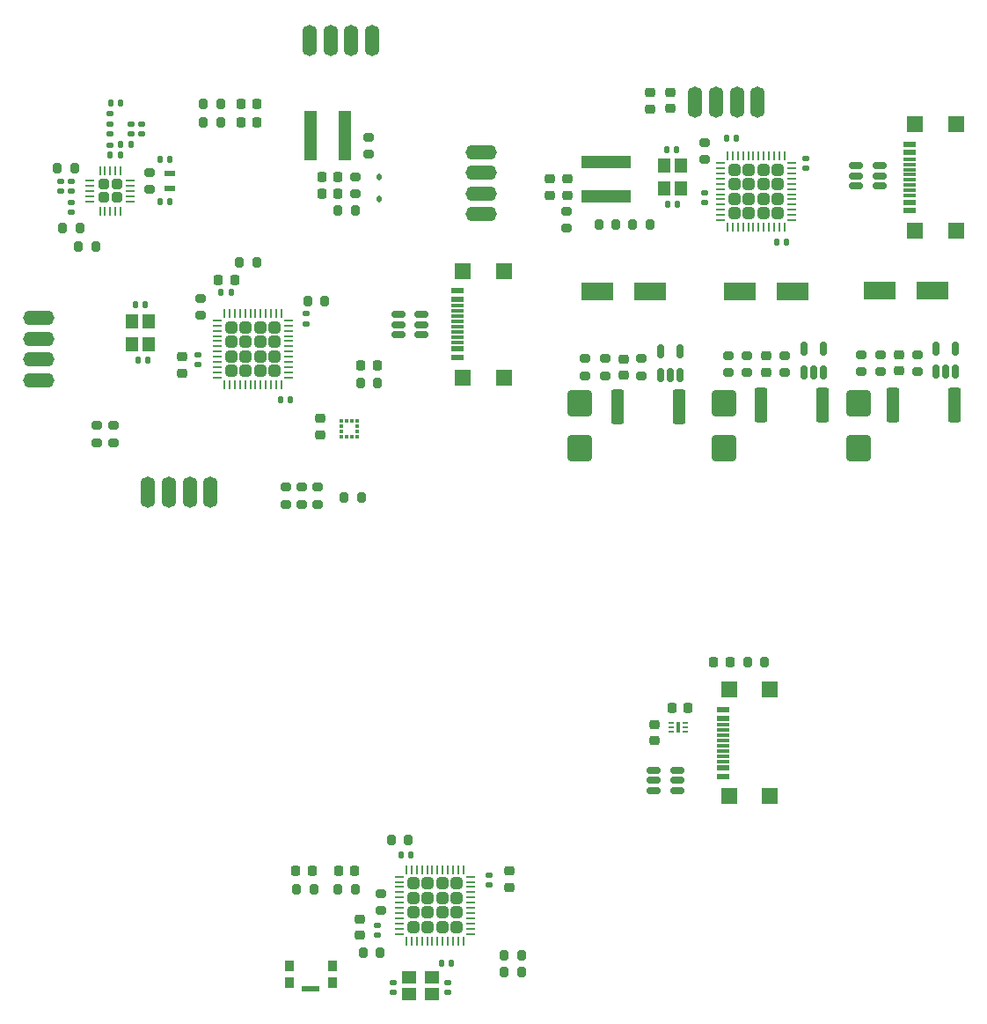
<source format=gbr>
%TF.GenerationSoftware,KiCad,Pcbnew,8.0.5*%
%TF.CreationDate,2024-10-20T13:56:42+02:00*%
%TF.ProjectId,Flight_Controller,466c6967-6874-45f4-936f-6e74726f6c6c,rev?*%
%TF.SameCoordinates,Original*%
%TF.FileFunction,Paste,Top*%
%TF.FilePolarity,Positive*%
%FSLAX46Y46*%
G04 Gerber Fmt 4.6, Leading zero omitted, Abs format (unit mm)*
G04 Created by KiCad (PCBNEW 8.0.5) date 2024-10-20 13:56:42*
%MOMM*%
%LPD*%
G01*
G04 APERTURE LIST*
G04 Aperture macros list*
%AMRoundRect*
0 Rectangle with rounded corners*
0 $1 Rounding radius*
0 $2 $3 $4 $5 $6 $7 $8 $9 X,Y pos of 4 corners*
0 Add a 4 corners polygon primitive as box body*
4,1,4,$2,$3,$4,$5,$6,$7,$8,$9,$2,$3,0*
0 Add four circle primitives for the rounded corners*
1,1,$1+$1,$2,$3*
1,1,$1+$1,$4,$5*
1,1,$1+$1,$6,$7*
1,1,$1+$1,$8,$9*
0 Add four rect primitives between the rounded corners*
20,1,$1+$1,$2,$3,$4,$5,0*
20,1,$1+$1,$4,$5,$6,$7,0*
20,1,$1+$1,$6,$7,$8,$9,0*
20,1,$1+$1,$8,$9,$2,$3,0*%
G04 Aperture macros list end*
%ADD10RoundRect,0.200000X0.275000X-0.200000X0.275000X0.200000X-0.275000X0.200000X-0.275000X-0.200000X0*%
%ADD11RoundRect,0.140000X-0.140000X-0.170000X0.140000X-0.170000X0.140000X0.170000X-0.140000X0.170000X0*%
%ADD12RoundRect,0.200000X0.200000X0.275000X-0.200000X0.275000X-0.200000X-0.275000X0.200000X-0.275000X0*%
%ADD13R,4.700000X1.180000*%
%ADD14RoundRect,0.135000X0.135000X0.185000X-0.135000X0.185000X-0.135000X-0.185000X0.135000X-0.185000X0*%
%ADD15RoundRect,0.218750X-0.256250X0.218750X-0.256250X-0.218750X0.256250X-0.218750X0.256250X0.218750X0*%
%ADD16RoundRect,0.200000X-0.275000X0.200000X-0.275000X-0.200000X0.275000X-0.200000X0.275000X0.200000X0*%
%ADD17RoundRect,0.140000X-0.170000X0.140000X-0.170000X-0.140000X0.170000X-0.140000X0.170000X0.140000X0*%
%ADD18R,1.150000X0.600000*%
%ADD19R,1.150000X0.300000*%
%ADD20R,1.500000X1.500000*%
%ADD21O,1.400000X3.000000*%
%ADD22RoundRect,0.250000X0.362500X1.425000X-0.362500X1.425000X-0.362500X-1.425000X0.362500X-1.425000X0*%
%ADD23R,1.100000X0.600000*%
%ADD24RoundRect,0.140000X0.140000X0.170000X-0.140000X0.170000X-0.140000X-0.170000X0.140000X-0.170000X0*%
%ADD25R,1.150000X1.400000*%
%ADD26R,1.180000X4.700000*%
%ADD27RoundRect,0.225000X-0.250000X0.225000X-0.250000X-0.225000X0.250000X-0.225000X0.250000X0.225000X0*%
%ADD28RoundRect,0.250000X0.315000X-0.315000X0.315000X0.315000X-0.315000X0.315000X-0.315000X-0.315000X0*%
%ADD29RoundRect,0.062500X0.062500X-0.375000X0.062500X0.375000X-0.062500X0.375000X-0.062500X-0.375000X0*%
%ADD30RoundRect,0.062500X0.375000X-0.062500X0.375000X0.062500X-0.375000X0.062500X-0.375000X-0.062500X0*%
%ADD31RoundRect,0.140000X0.170000X-0.140000X0.170000X0.140000X-0.170000X0.140000X-0.170000X-0.140000X0*%
%ADD32R,1.400000X1.150000*%
%ADD33O,3.000000X1.400000*%
%ADD34RoundRect,0.218750X0.218750X0.256250X-0.218750X0.256250X-0.218750X-0.256250X0.218750X-0.256250X0*%
%ADD35RoundRect,0.225000X0.250000X-0.225000X0.250000X0.225000X-0.250000X0.225000X-0.250000X-0.225000X0*%
%ADD36R,3.150000X1.800000*%
%ADD37RoundRect,0.200000X-0.200000X-0.275000X0.200000X-0.275000X0.200000X0.275000X-0.200000X0.275000X0*%
%ADD38RoundRect,0.218750X-0.218750X-0.256250X0.218750X-0.256250X0.218750X0.256250X-0.218750X0.256250X0*%
%ADD39RoundRect,0.250000X-0.315000X-0.315000X0.315000X-0.315000X0.315000X0.315000X-0.315000X0.315000X0*%
%ADD40RoundRect,0.062500X-0.375000X-0.062500X0.375000X-0.062500X0.375000X0.062500X-0.375000X0.062500X0*%
%ADD41RoundRect,0.062500X-0.062500X-0.375000X0.062500X-0.375000X0.062500X0.375000X-0.062500X0.375000X0*%
%ADD42R,0.600000X0.200000*%
%ADD43R,0.350000X0.990000*%
%ADD44RoundRect,0.225000X-0.225000X-0.250000X0.225000X-0.250000X0.225000X0.250000X-0.225000X0.250000X0*%
%ADD45R,0.300000X0.350000*%
%ADD46R,0.350000X0.300000*%
%ADD47RoundRect,0.112500X-0.112500X0.187500X-0.112500X-0.187500X0.112500X-0.187500X0.112500X0.187500X0*%
%ADD48R,0.900000X1.000000*%
%ADD49R,1.700000X0.550000*%
%ADD50RoundRect,0.250000X0.900000X-1.000000X0.900000X1.000000X-0.900000X1.000000X-0.900000X-1.000000X0*%
%ADD51RoundRect,0.150000X0.512500X0.150000X-0.512500X0.150000X-0.512500X-0.150000X0.512500X-0.150000X0*%
%ADD52RoundRect,0.225000X0.225000X0.250000X-0.225000X0.250000X-0.225000X-0.250000X0.225000X-0.250000X0*%
%ADD53RoundRect,0.150000X0.150000X-0.512500X0.150000X0.512500X-0.150000X0.512500X-0.150000X-0.512500X0*%
%ADD54RoundRect,0.135000X0.185000X-0.135000X0.185000X0.135000X-0.185000X0.135000X-0.185000X-0.135000X0*%
%ADD55RoundRect,0.250000X0.255000X-0.255000X0.255000X0.255000X-0.255000X0.255000X-0.255000X-0.255000X0*%
%ADD56RoundRect,0.062500X0.062500X-0.350000X0.062500X0.350000X-0.062500X0.350000X-0.062500X-0.350000X0*%
%ADD57RoundRect,0.062500X0.350000X-0.062500X0.350000X0.062500X-0.350000X0.062500X-0.350000X-0.062500X0*%
G04 APERTURE END LIST*
D10*
%TO.C,J_VBAT1*%
X32901500Y-43469000D03*
X32901500Y-41819000D03*
%TD*%
D11*
%TO.C,C21*%
X88370000Y-36427157D03*
X89330000Y-36427157D03*
%TD*%
D12*
%TO.C,R_FBT1*%
X72935000Y-34707157D03*
X71285000Y-34707157D03*
%TD*%
D13*
%TO.C,L2*%
X71950000Y-28752157D03*
X71950000Y-32062157D03*
%TD*%
D14*
%TO.C,L2*%
X25260000Y-28070000D03*
X24240000Y-28070000D03*
%TD*%
D15*
%TO.C,D5*%
X76200000Y-22069657D03*
X76200000Y-23644657D03*
%TD*%
D16*
%TO.C,J_3V3*%
X68200000Y-33432157D03*
X68200000Y-35082157D03*
%TD*%
%TO.C,R11*%
X98350000Y-47232157D03*
X98350000Y-48882157D03*
%TD*%
D17*
%TO.C,C30*%
X20500000Y-30590000D03*
X20500000Y-31550000D03*
%TD*%
D18*
%TO.C,J1*%
X101150000Y-33407157D03*
X101150000Y-32607157D03*
D19*
X101150000Y-31457157D03*
X101150000Y-30457157D03*
X101150000Y-29957157D03*
X101150000Y-28957157D03*
D18*
X101150000Y-27807157D03*
X101150000Y-27007157D03*
D19*
X101150000Y-28457157D03*
X101150000Y-29457157D03*
X101150000Y-30957157D03*
X101150000Y-31957157D03*
D20*
X101725000Y-35327157D03*
X101725000Y-25087157D03*
X105655000Y-35327157D03*
X105655000Y-25087157D03*
%TD*%
D11*
%TO.C,C7*%
X40611500Y-51596000D03*
X41571500Y-51596000D03*
%TD*%
D21*
%TO.C,C24*%
X86550000Y-22957157D03*
X84550000Y-22957157D03*
X82550000Y-22957157D03*
X80550000Y-22957157D03*
%TD*%
D18*
%TO.C,J1*%
X83210000Y-87800000D03*
X83210000Y-87000000D03*
D19*
X83210000Y-85850000D03*
X83210000Y-84850000D03*
X83210000Y-84350000D03*
X83210000Y-83350000D03*
D18*
X83210000Y-82200000D03*
X83210000Y-81400000D03*
D19*
X83210000Y-82850000D03*
X83210000Y-83850000D03*
X83210000Y-85350000D03*
X83210000Y-86350000D03*
D20*
X83785000Y-89720000D03*
X83785000Y-79480000D03*
X87715000Y-89720000D03*
X87715000Y-79480000D03*
%TD*%
D16*
%TO.C,R20*%
X75350000Y-47632157D03*
X75350000Y-49282157D03*
%TD*%
D12*
%TO.C,R16*%
X22825000Y-36820000D03*
X21175000Y-36820000D03*
%TD*%
D10*
%TO.C,R13*%
X42676000Y-61625000D03*
X42676000Y-59975000D03*
%TD*%
D12*
%TO.C,R17*%
X20825000Y-29320000D03*
X19175000Y-29320000D03*
%TD*%
D10*
%TO.C,R16*%
X83750000Y-48982157D03*
X83750000Y-47332157D03*
%TD*%
D22*
%TO.C,R1*%
X105482500Y-52057157D03*
X99557500Y-52057157D03*
%TD*%
D17*
%TO.C,C6*%
X32647500Y-47244000D03*
X32647500Y-48204000D03*
%TD*%
D23*
%TO.C,Y2*%
X30000000Y-31270000D03*
X30000000Y-29870000D03*
%TD*%
D11*
%TO.C,C15*%
X26895500Y-47786000D03*
X27855500Y-47786000D03*
%TD*%
D24*
%TO.C,C20*%
X84530000Y-26407157D03*
X83570000Y-26407157D03*
%TD*%
D11*
%TO.C,C33*%
X29020000Y-28500000D03*
X29980000Y-28500000D03*
%TD*%
D24*
%TO.C,C16*%
X27601500Y-42452000D03*
X26641500Y-42452000D03*
%TD*%
D12*
%TO.C,R_FBB1*%
X76175000Y-34707157D03*
X74525000Y-34707157D03*
%TD*%
%TO.C,R5*%
X87225000Y-76800000D03*
X85575000Y-76800000D03*
%TD*%
D25*
%TO.C,Y1*%
X26359500Y-44062000D03*
X26359500Y-46262000D03*
X27960500Y-46262000D03*
X27960500Y-44062000D03*
%TD*%
D10*
%TO.C,R22*%
X69950000Y-49282157D03*
X69950000Y-47632157D03*
%TD*%
D26*
%TO.C,L1*%
X43557000Y-26162000D03*
X46867000Y-26162000D03*
%TD*%
D16*
%TO.C,R21*%
X71850000Y-47632157D03*
X71850000Y-49282157D03*
%TD*%
D27*
%TO.C,C14*%
X31123500Y-47470000D03*
X31123500Y-49020000D03*
%TD*%
D28*
%TO.C,U1*%
X53400000Y-102300000D03*
X54800000Y-102300000D03*
X56200000Y-102300000D03*
X57600000Y-102300000D03*
X53400000Y-100900000D03*
X54800000Y-100900000D03*
X56200000Y-100900000D03*
X57600000Y-100900000D03*
X53400000Y-99500000D03*
X54800000Y-99500000D03*
X56200000Y-99500000D03*
X57600000Y-99500000D03*
X53400000Y-98100000D03*
X54800000Y-98100000D03*
X56200000Y-98100000D03*
X57600000Y-98100000D03*
D29*
X52750000Y-103637500D03*
X53250000Y-103637500D03*
X53750000Y-103637500D03*
X54250000Y-103637500D03*
X54750000Y-103637500D03*
X55250000Y-103637500D03*
X55750000Y-103637500D03*
X56250000Y-103637500D03*
X56750000Y-103637500D03*
X57250000Y-103637500D03*
X57750000Y-103637500D03*
X58250000Y-103637500D03*
D30*
X58937500Y-102950000D03*
X58937500Y-102450000D03*
X58937500Y-101950000D03*
X58937500Y-101450000D03*
X58937500Y-100950000D03*
X58937500Y-100450000D03*
X58937500Y-99950000D03*
X58937500Y-99450000D03*
X58937500Y-98950000D03*
X58937500Y-98450000D03*
X58937500Y-97950000D03*
X58937500Y-97450000D03*
D29*
X58250000Y-96762500D03*
X57750000Y-96762500D03*
X57250000Y-96762500D03*
X56750000Y-96762500D03*
X56250000Y-96762500D03*
X55750000Y-96762500D03*
X55250000Y-96762500D03*
X54750000Y-96762500D03*
X54250000Y-96762500D03*
X53750000Y-96762500D03*
X53250000Y-96762500D03*
X52750000Y-96762500D03*
D30*
X52062500Y-97450000D03*
X52062500Y-97950000D03*
X52062500Y-98450000D03*
X52062500Y-98950000D03*
X52062500Y-99450000D03*
X52062500Y-99950000D03*
X52062500Y-100450000D03*
X52062500Y-100950000D03*
X52062500Y-101450000D03*
X52062500Y-101950000D03*
X52062500Y-102450000D03*
X52062500Y-102950000D03*
%TD*%
D16*
%TO.C,R_FBT1*%
X47862000Y-30163000D03*
X47862000Y-31813000D03*
%TD*%
%TO.C,R_FBB1*%
X49132000Y-26353000D03*
X49132000Y-28003000D03*
%TD*%
D31*
%TO.C,C23*%
X91200000Y-29337157D03*
X91200000Y-28377157D03*
%TD*%
D11*
%TO.C,C35*%
X24270000Y-23070000D03*
X25230000Y-23070000D03*
%TD*%
D16*
%TO.C,R14*%
X28000000Y-29745000D03*
X28000000Y-31395000D03*
%TD*%
D32*
%TO.C,Y1*%
X53000000Y-108700000D03*
X55200000Y-108700000D03*
X55200000Y-107099000D03*
X53000000Y-107099000D03*
%TD*%
D33*
%TO.C,C27*%
X17400000Y-43725000D03*
X17400000Y-45725000D03*
X17400000Y-47725000D03*
X17400000Y-49725000D03*
D21*
X27900000Y-60475000D03*
X29900000Y-60475000D03*
X31900000Y-60475000D03*
X33900000Y-60475000D03*
%TD*%
D15*
%TO.C,D6*%
X78150000Y-22019657D03*
X78150000Y-23594657D03*
%TD*%
D34*
%TO.C,D4*%
X49937500Y-48300000D03*
X48362500Y-48300000D03*
%TD*%
D16*
%TO.C,R7*%
X22950000Y-54075000D03*
X22950000Y-55725000D03*
%TD*%
D17*
%TO.C,C6*%
X50000000Y-102120000D03*
X50000000Y-103080000D03*
%TD*%
%TO.C,C19*%
X81450000Y-31697157D03*
X81450000Y-32657157D03*
%TD*%
D11*
%TO.C,C32*%
X29020000Y-32570000D03*
X29980000Y-32570000D03*
%TD*%
D10*
%TO.C,R12*%
X41152000Y-61625000D03*
X41152000Y-59975000D03*
%TD*%
D34*
%TO.C,D1*%
X83900000Y-76800000D03*
X82325000Y-76800000D03*
%TD*%
D12*
%TO.C,J2*%
X38325000Y-38400000D03*
X36675000Y-38400000D03*
%TD*%
D35*
%TO.C,C14*%
X62700000Y-98475000D03*
X62700000Y-96925000D03*
%TD*%
D11*
%TO.C,C7*%
X56120000Y-105800000D03*
X57080000Y-105800000D03*
%TD*%
D12*
%TO.C,R1*%
X47837500Y-98700000D03*
X46187500Y-98700000D03*
%TD*%
D36*
%TO.C,C16*%
X71100000Y-41157157D03*
X76200000Y-41157157D03*
%TD*%
D37*
%TO.C,R15*%
X19675000Y-35070000D03*
X21325000Y-35070000D03*
%TD*%
D38*
%TO.C,D3*%
X36804500Y-24892000D03*
X38379500Y-24892000D03*
%TD*%
D10*
%TO.C,R12*%
X96550000Y-48882157D03*
X96550000Y-47232157D03*
%TD*%
D27*
%TO.C,C4*%
X48300000Y-101525000D03*
X48300000Y-103075000D03*
%TD*%
D39*
%TO.C,U2*%
X35881500Y-44608000D03*
X35881500Y-46008000D03*
X35881500Y-47408000D03*
X35881500Y-48808000D03*
X37281500Y-44608000D03*
X37281500Y-46008000D03*
X37281500Y-47408000D03*
X37281500Y-48808000D03*
X38681500Y-44608000D03*
X38681500Y-46008000D03*
X38681500Y-47408000D03*
X38681500Y-48808000D03*
X40081500Y-44608000D03*
X40081500Y-46008000D03*
X40081500Y-47408000D03*
X40081500Y-48808000D03*
D40*
X34544000Y-43958000D03*
X34544000Y-44458000D03*
X34544000Y-44958000D03*
X34544000Y-45458000D03*
X34544000Y-45958000D03*
X34544000Y-46458000D03*
X34544000Y-46958000D03*
X34544000Y-47458000D03*
X34544000Y-47958000D03*
X34544000Y-48458000D03*
X34544000Y-48958000D03*
X34544000Y-49458000D03*
D41*
X35231500Y-50145500D03*
X35731500Y-50145500D03*
X36231500Y-50145500D03*
X36731500Y-50145500D03*
X37231500Y-50145500D03*
X37731500Y-50145500D03*
X38231500Y-50145500D03*
X38731500Y-50145500D03*
X39231500Y-50145500D03*
X39731500Y-50145500D03*
X40231500Y-50145500D03*
X40731500Y-50145500D03*
D40*
X41419000Y-49458000D03*
X41419000Y-48958000D03*
X41419000Y-48458000D03*
X41419000Y-47958000D03*
X41419000Y-47458000D03*
X41419000Y-46958000D03*
X41419000Y-46458000D03*
X41419000Y-45958000D03*
X41419000Y-45458000D03*
X41419000Y-44958000D03*
X41419000Y-44458000D03*
X41419000Y-43958000D03*
D41*
X40731500Y-43270500D03*
X40231500Y-43270500D03*
X39731500Y-43270500D03*
X39231500Y-43270500D03*
X38731500Y-43270500D03*
X38231500Y-43270500D03*
X37731500Y-43270500D03*
X37231500Y-43270500D03*
X36731500Y-43270500D03*
X36231500Y-43270500D03*
X35731500Y-43270500D03*
X35231500Y-43270500D03*
%TD*%
D31*
%TO.C,C34*%
X24250000Y-25050000D03*
X24250000Y-24090000D03*
%TD*%
D42*
%TO.C,IC1*%
X78250000Y-82700000D03*
X78250000Y-83100000D03*
X78250000Y-83500000D03*
X79550000Y-83500000D03*
X79550000Y-83100000D03*
X79550000Y-82700000D03*
D43*
X78900000Y-83100000D03*
%TD*%
D44*
%TO.C,C5*%
X44625000Y-31750000D03*
X46175000Y-31750000D03*
%TD*%
D38*
%TO.C,D2*%
X46212500Y-96900000D03*
X47787500Y-96900000D03*
%TD*%
D45*
%TO.C,IC4*%
X47994000Y-53606000D03*
X47494000Y-53606000D03*
X46994000Y-53606000D03*
X46494000Y-53606000D03*
D46*
X46494000Y-54106000D03*
X46494000Y-54606000D03*
D45*
X46494000Y-55106000D03*
X46994000Y-55106000D03*
X47494000Y-55106000D03*
X47994000Y-55106000D03*
D46*
X47994000Y-54606000D03*
X47994000Y-54106000D03*
%TD*%
D25*
%TO.C,Y1*%
X77587000Y-29082157D03*
X77587000Y-31282157D03*
X79188000Y-31282157D03*
X79188000Y-29082157D03*
%TD*%
D35*
%TO.C,C2*%
X76600000Y-84375000D03*
X76600000Y-82825000D03*
%TD*%
D17*
%TO.C,C29*%
X19500000Y-30590000D03*
X19500000Y-31550000D03*
%TD*%
D37*
%TO.C,R5*%
X33211000Y-23114000D03*
X34861000Y-23114000D03*
%TD*%
D47*
%TO.C,D2*%
X50148000Y-30150000D03*
X50148000Y-32250000D03*
%TD*%
D12*
%TO.C,J_3V1*%
X47825000Y-33400000D03*
X46175000Y-33400000D03*
%TD*%
D35*
%TO.C,C1*%
X100150000Y-48832157D03*
X100150000Y-47282157D03*
%TD*%
D48*
%TO.C,S3*%
X41500000Y-107600000D03*
X41500000Y-106000000D03*
X45600000Y-106000000D03*
X45600000Y-107600000D03*
D49*
X43550000Y-108225000D03*
%TD*%
D35*
%TO.C,C17*%
X73650000Y-49232157D03*
X73650000Y-47682157D03*
%TD*%
D36*
%TO.C,C2*%
X98300000Y-41057157D03*
X103400000Y-41057157D03*
%TD*%
D31*
%TO.C,C8*%
X43061500Y-44280000D03*
X43061500Y-43320000D03*
%TD*%
D12*
%TO.C,R12*%
X63825000Y-105000000D03*
X62175000Y-105000000D03*
%TD*%
D16*
%TO.C,R14*%
X89150000Y-47332157D03*
X89150000Y-48982157D03*
%TD*%
D22*
%TO.C,R13*%
X92812500Y-52057157D03*
X86887500Y-52057157D03*
%TD*%
D36*
%TO.C,C8*%
X84800000Y-41157157D03*
X89900000Y-41157157D03*
%TD*%
D50*
%TO.C,D7*%
X96250000Y-56207157D03*
X96250000Y-51907157D03*
%TD*%
D44*
%TO.C,C10*%
X44625000Y-30200000D03*
X46175000Y-30200000D03*
%TD*%
D38*
%TO.C,D1*%
X36804500Y-23114000D03*
X38379500Y-23114000D03*
%TD*%
D39*
%TO.C,U1*%
X84300000Y-29477157D03*
X84300000Y-30877157D03*
X84300000Y-32277157D03*
X84300000Y-33677157D03*
X85700000Y-29477157D03*
X85700000Y-30877157D03*
X85700000Y-32277157D03*
X85700000Y-33677157D03*
X87100000Y-29477157D03*
X87100000Y-30877157D03*
X87100000Y-32277157D03*
X87100000Y-33677157D03*
X88500000Y-29477157D03*
X88500000Y-30877157D03*
X88500000Y-32277157D03*
X88500000Y-33677157D03*
D40*
X82962500Y-28827157D03*
X82962500Y-29327157D03*
X82962500Y-29827157D03*
X82962500Y-30327157D03*
X82962500Y-30827157D03*
X82962500Y-31327157D03*
X82962500Y-31827157D03*
X82962500Y-32327157D03*
X82962500Y-32827157D03*
X82962500Y-33327157D03*
X82962500Y-33827157D03*
X82962500Y-34327157D03*
D41*
X83650000Y-35014657D03*
X84150000Y-35014657D03*
X84650000Y-35014657D03*
X85150000Y-35014657D03*
X85650000Y-35014657D03*
X86150000Y-35014657D03*
X86650000Y-35014657D03*
X87150000Y-35014657D03*
X87650000Y-35014657D03*
X88150000Y-35014657D03*
X88650000Y-35014657D03*
X89150000Y-35014657D03*
D40*
X89837500Y-34327157D03*
X89837500Y-33827157D03*
X89837500Y-33327157D03*
X89837500Y-32827157D03*
X89837500Y-32327157D03*
X89837500Y-31827157D03*
X89837500Y-31327157D03*
X89837500Y-30827157D03*
X89837500Y-30327157D03*
X89837500Y-29827157D03*
X89837500Y-29327157D03*
X89837500Y-28827157D03*
D41*
X89150000Y-28139657D03*
X88650000Y-28139657D03*
X88150000Y-28139657D03*
X87650000Y-28139657D03*
X87150000Y-28139657D03*
X86650000Y-28139657D03*
X86150000Y-28139657D03*
X85650000Y-28139657D03*
X85150000Y-28139657D03*
X84650000Y-28139657D03*
X84150000Y-28139657D03*
X83650000Y-28139657D03*
%TD*%
D12*
%TO.C,R11*%
X63825000Y-106600000D03*
X62175000Y-106600000D03*
%TD*%
D31*
%TO.C,C31*%
X20500000Y-33550000D03*
X20500000Y-32590000D03*
%TD*%
D37*
%TO.C,J_VUSB1*%
X43252500Y-42136000D03*
X44902500Y-42136000D03*
%TD*%
D51*
%TO.C,U1*%
X54229500Y-45318000D03*
X54229500Y-44368000D03*
X54229500Y-43418000D03*
X51954500Y-43418000D03*
X51954500Y-44368000D03*
X51954500Y-45318000D03*
%TD*%
D14*
%TO.C,L3*%
X26260000Y-27070000D03*
X25240000Y-27070000D03*
%TD*%
D52*
%TO.C,C4*%
X36216500Y-40104000D03*
X34666500Y-40104000D03*
%TD*%
D31*
%TO.C,C15*%
X56700000Y-108580000D03*
X56700000Y-107620000D03*
%TD*%
D53*
%TO.C,U4*%
X91000000Y-48994657D03*
X91950000Y-48994657D03*
X92900000Y-48994657D03*
X92900000Y-46719657D03*
X91000000Y-46719657D03*
%TD*%
D12*
%TO.C,J_VBAT1*%
X50225000Y-104800000D03*
X48575000Y-104800000D03*
%TD*%
D50*
%TO.C,D8*%
X83350000Y-56207157D03*
X83350000Y-51907157D03*
%TD*%
D37*
%TO.C,R18*%
X48325000Y-49950000D03*
X49975000Y-49950000D03*
%TD*%
D33*
%TO.C,C28*%
X59944000Y-33768000D03*
X59944000Y-31768000D03*
X59944000Y-29768000D03*
X59944000Y-27768000D03*
D21*
X49444000Y-17018000D03*
X47444000Y-17018000D03*
X45444000Y-17018000D03*
X43444000Y-17018000D03*
%TD*%
D16*
%TO.C,R15*%
X85550000Y-47332157D03*
X85550000Y-48982157D03*
%TD*%
D31*
%TO.C,C37*%
X26250000Y-26050000D03*
X26250000Y-25090000D03*
%TD*%
D16*
%TO.C,R4*%
X101920000Y-47232157D03*
X101920000Y-48882157D03*
%TD*%
D18*
%TO.C,J1*%
X57629500Y-47522000D03*
X57629500Y-46722000D03*
D19*
X57629500Y-45572000D03*
X57629500Y-44572000D03*
X57629500Y-44072000D03*
X57629500Y-43072000D03*
D18*
X57629500Y-41922000D03*
X57629500Y-41122000D03*
D19*
X57629500Y-42572000D03*
X57629500Y-43572000D03*
X57629500Y-45072000D03*
X57629500Y-46072000D03*
D20*
X58204500Y-49442000D03*
X58204500Y-39202000D03*
X62134500Y-49442000D03*
X62134500Y-39202000D03*
%TD*%
D12*
%TO.C,R11*%
X48425000Y-61000000D03*
X46775000Y-61000000D03*
%TD*%
D31*
%TO.C,C9*%
X60700000Y-98280000D03*
X60700000Y-97320000D03*
%TD*%
D54*
%TO.C,L4*%
X24250000Y-27080000D03*
X24250000Y-26060000D03*
%TD*%
D37*
%TO.C,J_VUSB1*%
X51275000Y-93900000D03*
X52925000Y-93900000D03*
%TD*%
D22*
%TO.C,R19*%
X79012500Y-52257157D03*
X73087500Y-52257157D03*
%TD*%
D37*
%TO.C,R6*%
X42175000Y-98700000D03*
X43825000Y-98700000D03*
%TD*%
D10*
%TO.C,J_BOOT1*%
X50300000Y-100725000D03*
X50300000Y-99075000D03*
%TD*%
D34*
%TO.C,D3*%
X43687500Y-96900000D03*
X42112500Y-96900000D03*
%TD*%
D35*
%TO.C,C21*%
X44450000Y-54946000D03*
X44450000Y-53396000D03*
%TD*%
D24*
%TO.C,C8*%
X53180000Y-95400000D03*
X52220000Y-95400000D03*
%TD*%
D11*
%TO.C,C26*%
X77865000Y-32807157D03*
X78825000Y-32807157D03*
%TD*%
D24*
%TO.C,C27*%
X78780000Y-27557157D03*
X77820000Y-27557157D03*
%TD*%
D53*
%TO.C,U3*%
X103700000Y-48919657D03*
X104650000Y-48919657D03*
X105600000Y-48919657D03*
X105600000Y-46644657D03*
X103700000Y-46644657D03*
%TD*%
D24*
%TO.C,C9*%
X35880000Y-41300000D03*
X34920000Y-41300000D03*
%TD*%
D51*
%TO.C,U2*%
X78837500Y-89150000D03*
X78837500Y-88200000D03*
X78837500Y-87250000D03*
X76562500Y-87250000D03*
X76562500Y-88200000D03*
X76562500Y-89150000D03*
%TD*%
D27*
%TO.C,C12*%
X66560000Y-30357157D03*
X66560000Y-31907157D03*
%TD*%
D17*
%TO.C,C16*%
X51500000Y-107620000D03*
X51500000Y-108580000D03*
%TD*%
D27*
%TO.C,C11*%
X68210000Y-30357157D03*
X68210000Y-31907157D03*
%TD*%
D10*
%TO.C,R10*%
X44200000Y-61625000D03*
X44200000Y-59975000D03*
%TD*%
D37*
%TO.C,R6*%
X33211000Y-24892000D03*
X34861000Y-24892000D03*
%TD*%
D35*
%TO.C,C9*%
X87350000Y-48932157D03*
X87350000Y-47382157D03*
%TD*%
D50*
%TO.C,D9*%
X69450000Y-56207157D03*
X69450000Y-51907157D03*
%TD*%
D10*
%TO.C,J_VBAT1*%
X81450000Y-28482157D03*
X81450000Y-26832157D03*
%TD*%
D44*
%TO.C,C1*%
X78325000Y-81225000D03*
X79875000Y-81225000D03*
%TD*%
D53*
%TO.C,U5*%
X77200000Y-49179657D03*
X78150000Y-49179657D03*
X79100000Y-49179657D03*
X79100000Y-46904657D03*
X77200000Y-46904657D03*
%TD*%
D17*
%TO.C,C36*%
X27250000Y-25090000D03*
X27250000Y-26050000D03*
%TD*%
D55*
%TO.C,U5*%
X23625000Y-32125000D03*
X24875000Y-32125000D03*
X23625000Y-30875000D03*
X24875000Y-30875000D03*
D56*
X23250000Y-33437500D03*
X23750000Y-33437500D03*
X24250000Y-33437500D03*
X24750000Y-33437500D03*
X25250000Y-33437500D03*
D57*
X26187500Y-32500000D03*
X26187500Y-32000000D03*
X26187500Y-31500000D03*
X26187500Y-31000000D03*
X26187500Y-30500000D03*
D56*
X25250000Y-29562500D03*
X24750000Y-29562500D03*
X24250000Y-29562500D03*
X23750000Y-29562500D03*
X23250000Y-29562500D03*
D57*
X22312500Y-30500000D03*
X22312500Y-31000000D03*
X22312500Y-31500000D03*
X22312500Y-32000000D03*
X22312500Y-32500000D03*
%TD*%
D10*
%TO.C,R8*%
X24600000Y-55725000D03*
X24600000Y-54075000D03*
%TD*%
D51*
%TO.C,U2*%
X98297500Y-30997157D03*
X98297500Y-30047157D03*
X98297500Y-29097157D03*
X96022500Y-29097157D03*
X96022500Y-30047157D03*
X96022500Y-30997157D03*
%TD*%
M02*

</source>
